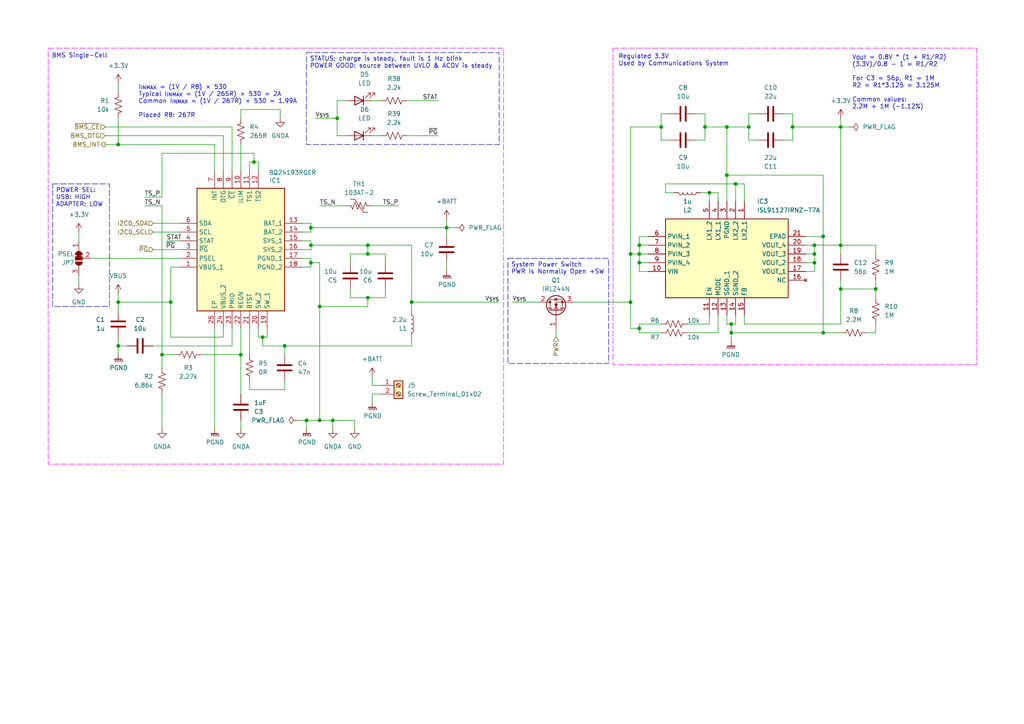
<source format=kicad_sch>
(kicad_sch (version 20231120) (generator "eeschema") (generator_version "8.0")
  (paper "A4")
  (lib_symbols
    (symbol "Connector:Screw_Terminal_01x02" (pin_names (offset 1.016) hide)
      (property "Reference" "J" (at 0 2.54 0))
      (property "Value" "Screw_Terminal_01x02" (at 0 -5.08 0))
      (symbol "Screw_Terminal_01x02_1_1"
        (rectangle (start -1.27 1.27) (end 1.27 -3.81) (stroke (width 0.254)) (fill (type background)))
        (circle (center 0 -2.54) (radius 0.635) (stroke (width 0.1524)))
        (polyline (pts (xy -0.5334 -2.2098) (xy 0.3302 -3.048)) (stroke (width 0.1524)))
        (polyline (pts (xy -0.5334 0.3302) (xy 0.3302 -0.508)) (stroke (width 0.1524)))
        (polyline (pts (xy -0.3556 -2.032) (xy 0.508 -2.8702)) (stroke (width 0.1524)))
        (polyline (pts (xy -0.3556 0.508) (xy 0.508 -0.3302)) (stroke (width 0.1524)))
        (circle (center 0 0) (radius 0.635) (stroke (width 0.1524)))
        (pin passive line (at -5.08 0 0) (length 3.81) (name "Pin_1") (number "1"))
        (pin passive line (at -5.08 -2.54 0) (length 3.81) (name "Pin_2") (number "2"))
      )
    )
    (symbol "Device:C" (pin_numbers hide) (pin_names (offset 0.254))
      (property "Reference" "C" (at 0.635 2.54 0))
      (property "Value" "C" (at 0.635 -2.54 0))
      (symbol "C_0_1"
        (polyline (pts (xy -2.032 -0.762) (xy 2.032 -0.762)) (stroke (width 0.508)))
        (polyline (pts (xy -2.032 0.762) (xy 2.032 0.762)) (stroke (width 0.508)))
      )
      (symbol "C_1_1"
        (pin passive line (at 0 3.81 270) (length 2.794) (name "~") (number "1"))
        (pin passive line (at 0 -3.81 90) (length 2.794) (name "~") (number "2"))
      )
    )
    (symbol "Device:L" (pin_numbers hide) (pin_names (offset 1.016) hide)
      (property "Reference" "L" (at -1.27 0 90))
      (property "Value" "L" (at 1.905 0 90))
      (symbol "L_0_1"
        (arc (start 0 -2.54) (mid 0.6323 -1.905) (end 0 -1.27))
        (arc (start 0 -1.27) (mid 0.6323 -0.635) (end 0 0))
        (arc (start 0 0) (mid 0.6323 0.635) (end 0 1.27))
        (arc (start 0 1.27) (mid 0.6323 1.905) (end 0 2.54))
      )
      (symbol "L_1_1"
        (pin passive line (at 0 3.81 270) (length 1.27) (name "1") (number "1"))
        (pin passive line (at 0 -3.81 90) (length 1.27) (name "2") (number "2"))
      )
    )
    (symbol "Device:LED" (pin_numbers hide) (pin_names (offset 1.016) hide)
      (property "Reference" "D" (at 0 2.54 0))
      (property "Value" "LED" (at 0 -2.54 0))
      (symbol "LED_0_1"
        (polyline (pts (xy -1.27 -1.27) (xy -1.27 1.27)) (stroke (width 0.254)))
        (polyline (pts (xy -1.27 0) (xy 1.27 0)))
        (polyline (pts (xy 1.27 -1.27) (xy 1.27 1.27) (xy -1.27 0) (xy 1.27 -1.27)) (stroke (width 0.254)))
        (polyline (pts (xy -3.048 -0.762) (xy -4.572 -2.286) (xy -3.81 -2.286) (xy -4.572 -2.286) (xy -4.572 -1.524)))
        (polyline (pts (xy -1.778 -0.762) (xy -3.302 -2.286) (xy -2.54 -2.286) (xy -3.302 -2.286) (xy -3.302 -1.524)))
      )
      (symbol "LED_1_1"
        (pin passive line (at -3.81 0 0) (length 2.54) (name "K") (number "1"))
        (pin passive line (at 3.81 0 180) (length 2.54) (name "A") (number "2"))
      )
    )
    (symbol "Device:R_US" (pin_numbers hide) (pin_names (offset 0))
      (property "Reference" "R" (at 2.54 0 90))
      (property "Value" "R_US" (at -2.54 0 90))
      (symbol "R_US_0_1"
        (polyline (pts (xy 0 -2.286) (xy 0 -2.54)))
        (polyline (pts (xy 0 2.286) (xy 0 2.54)))
        (polyline (pts (xy 0 -0.762) (xy 1.016 -1.143) (xy 0 -1.524) (xy -1.016 -1.905) (xy 0 -2.286)))
        (polyline (pts (xy 0 0.762) (xy 1.016 0.381) (xy 0 0) (xy -1.016 -0.381) (xy 0 -0.762)))
        (polyline (pts (xy 0 2.286) (xy 1.016 1.905) (xy 0 1.524) (xy -1.016 1.143) (xy 0 0.762)))
      )
      (symbol "R_US_1_1"
        (pin passive line (at 0 3.81 270) (length 1.27) (name "~") (number "1"))
        (pin passive line (at 0 -3.81 90) (length 1.27) (name "~") (number "2"))
      )
    )
    (symbol "Device:Thermistor_US" (pin_numbers hide) (pin_names (offset 0))
      (property "Reference" "TH" (at 2.54 1.27 90))
      (property "Value" "Thermistor_US" (at -2.54 0 90))
      (symbol "Thermistor_US_0_1"
        (polyline (pts (xy 0 -2.286) (xy 0 -2.54)))
        (polyline (pts (xy 0 2.286) (xy 0 2.54)))
        (polyline (pts (xy 1.905 -1.27) (xy 1.905 -2.54)))
        (polyline (pts (xy -1.905 2.54) (xy -1.905 1.27) (xy 1.905 -1.27)))
        (polyline (pts (xy 0 -0.762) (xy 1.016 -1.143) (xy 0 -1.524) (xy -1.016 -1.905) (xy 0 -2.286)))
        (polyline (pts (xy 0 0.762) (xy 1.016 0.381) (xy 0 0) (xy -1.016 -0.381) (xy 0 -0.762)))
        (polyline (pts (xy 0 2.286) (xy 1.016 1.905) (xy 0 1.524) (xy -1.016 1.143) (xy 0 0.762)))
      )
      (symbol "Thermistor_US_1_1"
        (pin passive line (at 0 3.81 270) (length 1.27) (name "~") (number "1"))
        (pin passive line (at 0 -3.81 90) (length 1.27) (name "~") (number "2"))
      )
    )
    (symbol "Jumper:SolderJumper_3_Bridged12" (pin_names (offset 0) hide) (exclude_from_sim yes) (in_bom no)
      (property "Reference" "JP" (at -2.54 -2.54 0))
      (property "Value" "SolderJumper_3_Bridged12" (at 0 2.794 0))
      (symbol "SolderJumper_3_Bridged12_0_1"
        (rectangle (start -1.016 0.508) (end -0.508 -0.508) (fill (type outline)))
        (arc (start -1.016 1.016) (mid -2.0276 0) (end -1.016 -1.016))
        (arc (start -1.016 1.016) (mid -2.0276 0) (end -1.016 -1.016) (fill (type outline)))
        (rectangle (start -0.508 1.016) (end 0.508 -1.016) (fill (type outline)))
        (polyline (pts (xy -2.54 0) (xy -2.032 0)))
        (polyline (pts (xy -1.016 1.016) (xy -1.016 -1.016)))
        (polyline (pts (xy 0 -1.27) (xy 0 -1.016)))
        (polyline (pts (xy 1.016 1.016) (xy 1.016 -1.016)))
        (polyline (pts (xy 2.54 0) (xy 2.032 0)))
        (arc (start 1.016 -1.016) (mid 2.0276 0) (end 1.016 1.016))
        (arc (start 1.016 -1.016) (mid 2.0276 0) (end 1.016 1.016) (fill (type outline)))
      )
      (symbol "SolderJumper_3_Bridged12_1_1"
        (pin passive line (at -5.08 0 0) (length 2.54) (name "A") (number "1"))
        (pin passive line (at 0 -3.81 90) (length 2.54) (name "C") (number "2"))
        (pin passive line (at 5.08 0 180) (length 2.54) (name "B") (number "3"))
      )
    )
    (symbol "Transistor_FET:IRLZ44N" (pin_names hide)
      (property "Reference" "Q" (at 5.08 1.905 0))
      (property "Value" "IRLZ44N" (at 5.08 0 0))
      (symbol "IRLZ44N_0_1"
        (polyline (pts (xy 0.254 0) (xy -2.54 0)))
        (polyline (pts (xy 0.254 1.905) (xy 0.254 -1.905)) (stroke (width 0.254)))
        (polyline (pts (xy 0.762 -1.27) (xy 0.762 -2.286)) (stroke (width 0.254)))
        (polyline (pts (xy 0.762 0.508) (xy 0.762 -0.508)) (stroke (width 0.254)))
        (polyline (pts (xy 0.762 2.286) (xy 0.762 1.27)) (stroke (width 0.254)))
        (polyline (pts (xy 2.54 2.54) (xy 2.54 1.778)))
        (polyline (pts (xy 2.54 -2.54) (xy 2.54 0) (xy 0.762 0)))
        (polyline (pts (xy 0.762 -1.778) (xy 3.302 -1.778) (xy 3.302 1.778) (xy 0.762 1.778)))
        (polyline (pts (xy 1.016 0) (xy 2.032 0.381) (xy 2.032 -0.381) (xy 1.016 0)) (fill (type outline)))
        (polyline (pts (xy 2.794 0.508) (xy 2.921 0.381) (xy 3.683 0.381) (xy 3.81 0.254)))
        (polyline (pts (xy 3.302 0.381) (xy 2.921 -0.254) (xy 3.683 -0.254) (xy 3.302 0.381)))
        (circle (center 1.651 0) (radius 2.794) (stroke (width 0.254)))
        (circle (center 2.54 -1.778) (radius 0.254) (fill (type outline)))
        (circle (center 2.54 1.778) (radius 0.254) (fill (type outline)))
      )
      (symbol "IRLZ44N_1_1"
        (pin input line (at -5.08 0 0) (length 2.54) (name "G") (number "1"))
        (pin passive line (at 2.54 5.08 270) (length 2.54) (name "D") (number "2"))
        (pin passive line (at 2.54 -5.08 90) (length 2.54) (name "S") (number "3"))
      )
    )
    (symbol "power:+BATT" (power) (pin_numbers hide) (pin_names (offset 0) hide)
      (property "Value" "+BATT" (at 0 3.556 0))
      (symbol "+BATT_0_1"
        (polyline (pts (xy -0.762 1.27) (xy 0 2.54)))
        (polyline (pts (xy 0 0) (xy 0 2.54)))
        (polyline (pts (xy 0 2.54) (xy 0.762 1.27)))
      )
      (symbol "+BATT_1_1"
        (pin power_in line (at 0 0 90) (length 0) (name "~") (number "1"))
      )
    )
    (symbol "power:GND" (power) (pin_numbers hide) (pin_names (offset 0) hide)
      (property "Value" "GND" (at 0 -3.81 0))
      (symbol "GND_0_1"
        (polyline (pts (xy 0 0) (xy 0 -1.27) (xy 1.27 -1.27) (xy 0 -2.54) (xy -1.27 -1.27) (xy 0 -1.27)))
      )
      (symbol "GND_1_1"
        (pin power_in line (at 0 0 270) (length 0) (name "~") (number "1"))
      )
    )
    (symbol "power:GNDA" (power) (pin_numbers hide) (pin_names (offset 0) hide)
      (property "Value" "GNDA" (at 0 -3.81 0))
      (symbol "GNDA_0_1"
        (polyline (pts (xy 0 0) (xy 0 -1.27) (xy 1.27 -1.27) (xy 0 -2.54) (xy -1.27 -1.27) (xy 0 -1.27)))
      )
      (symbol "GNDA_1_1"
        (pin power_in line (at 0 0 270) (length 0) (name "~") (number "1"))
      )
    )
    (symbol "power:GNDPWR" (power) (pin_numbers hide) (pin_names (offset 0) hide)
      (property "Value" "GNDPWR" (at 0 -3.302 0))
      (symbol "GNDPWR_0_1"
        (polyline (pts (xy 0 -1.27) (xy 0 0)))
        (polyline (pts (xy -1.016 -1.27) (xy -1.27 -2.032) (xy -1.27 -2.032)) (stroke (width 0.2032)))
        (polyline (pts (xy -0.508 -1.27) (xy -0.762 -2.032) (xy -0.762 -2.032)) (stroke (width 0.2032)))
        (polyline (pts (xy 0 -1.27) (xy -0.254 -2.032) (xy -0.254 -2.032)) (stroke (width 0.2032)))
        (polyline (pts (xy 0.508 -1.27) (xy 0.254 -2.032) (xy 0.254 -2.032)) (stroke (width 0.2032)))
        (polyline (pts (xy 1.016 -1.27) (xy -1.016 -1.27) (xy -1.016 -1.27)) (stroke (width 0.2032)))
        (polyline (pts (xy 1.016 -1.27) (xy 0.762 -2.032) (xy 0.762 -2.032) (xy 0.762 -2.032)) (stroke (width 0.2032)))
      )
      (symbol "GNDPWR_1_1"
        (pin power_in line (at 0 0 270) (length 0) (name "~") (number "1"))
      )
    )
    (symbol "power:PWR_FLAG" (power) (pin_numbers hide) (pin_names (offset 0) hide)
      (property "Value" "PWR_FLAG" (at 0 3.81 0))
      (symbol "PWR_FLAG_0_0"
        (pin power_out line (at 0 0 90) (length 0) (name "~") (number "1"))
      )
      (symbol "PWR_FLAG_0_1"
        (polyline (pts (xy 0 0) (xy 0 1.27) (xy -1.016 1.905) (xy 0 2.54) (xy 1.016 1.905) (xy 0 1.27)))
      )
    )
    (symbol "power:VCC" (power) (pin_numbers hide) (pin_names (offset 0) hide)
      (property "Value" "VCC" (at 0 3.556 0))
      (symbol "VCC_0_1"
        (polyline (pts (xy -0.762 1.27) (xy 0 2.54)))
        (polyline (pts (xy 0 0) (xy 0 2.54)))
        (polyline (pts (xy 0 2.54) (xy 0.762 1.27)))
      )
      (symbol "VCC_1_1"
        (pin power_in line (at 0 0 90) (length 0) (name "~") (number "1"))
      )
    )
    (symbol "spur-demo:BQ24193RGER"
      (property "Reference" "IC" (at 31.75 17.78 0))
      (property "Value" "BQ24193RGER" (at 31.75 15.24 0))
      (symbol "BQ24193RGER_1_1"
        (rectangle (start 5.08 12.7) (end 30.48 -22.86) (stroke (width 0.254)) (fill (type background)))
        (pin passive line (at 0 0 0) (length 5.08) (name "VBUS_1") (number "1"))
        (pin passive line (at 17.78 -27.94 90) (length 5.08) (name "ILIM") (number "10"))
        (pin passive line (at 20.32 -27.94 90) (length 5.08) (name "TS1") (number "11"))
        (pin passive line (at 22.86 -27.94 90) (length 5.08) (name "TS2") (number "12"))
        (pin passive line (at 35.56 -12.7 180) (length 5.08) (name "BAT_1") (number "13"))
        (pin passive line (at 35.56 -10.16 180) (length 5.08) (name "BAT_2") (number "14"))
        (pin passive line (at 35.56 -7.62 180) (length 5.08) (name "SYS_1") (number "15"))
        (pin passive line (at 35.56 -5.08 180) (length 5.08) (name "SYS_2") (number "16"))
        (pin passive line (at 35.56 -2.54 180) (length 5.08) (name "PGND_1") (number "17"))
        (pin passive line (at 35.56 0 180) (length 5.08) (name "PGND_2") (number "18"))
        (pin passive line (at 25.4 17.78 270) (length 5.08) (name "SW_1") (number "19"))
        (pin passive line (at 0 -2.54 0) (length 5.08) (name "PSEL") (number "2"))
        (pin passive line (at 22.86 17.78 270) (length 5.08) (name "SW_2") (number "20"))
        (pin passive line (at 20.32 17.78 270) (length 5.08) (name "BTST") (number "21"))
        (pin passive line (at 17.78 17.78 270) (length 5.08) (name "REGN") (number "22"))
        (pin passive line (at 15.24 17.78 270) (length 5.08) (name "PMID") (number "23"))
        (pin passive line (at 12.7 17.78 270) (length 5.08) (name "VBUS_2") (number "24"))
        (pin passive line (at 10.16 17.78 270) (length 5.08) (name "EP") (number "25"))
        (pin passive line (at 0 -5.08 0) (length 5.08) (name "~{PG}") (number "3"))
        (pin passive line (at 0 -7.62 0) (length 5.08) (name "STAT") (number "4"))
        (pin passive line (at 0 -10.16 0) (length 5.08) (name "SCL") (number "5"))
        (pin passive line (at 0 -12.7 0) (length 5.08) (name "SDA") (number "6"))
        (pin passive line (at 10.16 -27.94 90) (length 5.08) (name "INT") (number "7"))
        (pin passive line (at 12.7 -27.94 90) (length 5.08) (name "OTG") (number "8"))
        (pin passive line (at 15.24 -27.94 90) (length 5.08) (name "~{CE}") (number "9"))
      )
    )
    (symbol "spur-demo:ISL91127IRNZ-T7A"
      (property "Reference" "IC" (at 29.21 17.78 0))
      (property "Value" "ISL91127IRNZ-T7A" (at 29.21 15.24 0))
      (symbol "ISL91127IRNZ-T7A_1_1"
        (rectangle (start 5.08 12.7) (end 27.94 -22.86) (stroke (width 0.254)) (fill (type background)))
        (pin passive line (at 0 0 0) (length 5.08) (name "LX2_1") (number "1"))
        (pin passive line (at 20.32 -27.94 90) (length 5.08) (name "VIN") (number "10"))
        (pin passive line (at 33.02 -10.16 180) (length 5.08) (name "EN") (number "11"))
        (pin passive line (at 33.02 -7.62 180) (length 5.08) (name "MODE") (number "12"))
        (pin passive line (at 33.02 -5.08 180) (length 5.08) (name "SGND_1") (number "13"))
        (pin passive line (at 33.02 -2.54 180) (length 5.08) (name "SGND_2") (number "14"))
        (pin passive line (at 33.02 0 180) (length 5.08) (name "FB") (number "15"))
        (pin no_connect line (at 22.86 17.78 270) (length 5.08) (name "NC") (number "16"))
        (pin passive line (at 20.32 17.78 270) (length 5.08) (name "VOUT_1") (number "17"))
        (pin passive line (at 17.78 17.78 270) (length 5.08) (name "VOUT_2") (number "18"))
        (pin passive line (at 15.24 17.78 270) (length 5.08) (name "VOUT_3") (number "19"))
        (pin passive line (at 0 -2.54 0) (length 5.08) (name "LX2_2") (number "2"))
        (pin passive line (at 12.7 17.78 270) (length 5.08) (name "VOUT_4") (number "20"))
        (pin passive line (at 10.16 17.78 270) (length 5.08) (name "EPAD") (number "21"))
        (pin passive line (at 0 -5.08 0) (length 5.08) (name "PGND") (number "3"))
        (pin passive line (at 0 -7.62 0) (length 5.08) (name "LX1_1") (number "4"))
        (pin passive line (at 0 -10.16 0) (length 5.08) (name "LX1_2") (number "5"))
        (pin passive line (at 10.16 -27.94 90) (length 5.08) (name "PVIN_1") (number "6"))
        (pin passive line (at 12.7 -27.94 90) (length 5.08) (name "PVIN_2") (number "7"))
        (pin passive line (at 15.24 -27.94 90) (length 5.08) (name "PVIN_3") (number "8"))
        (pin passive line (at 17.78 -27.94 90) (length 5.08) (name "PVIN_4") (number "9"))
      )
    )
  )
  (junction (at 90.17 66.04))
  (junction (at 238.76 96.52))
  (junction (at 34.29 100.33))
  (junction (at 236.22 71.12))
  (junction (at 106.68 86.36))
  (junction (at 106.68 71.12))
  (junction (at 236.22 76.2))
  (junction (at 129.54 66.04))
  (junction (at 254 83.82))
  (junction (at 182.88 73.66))
  (junction (at 185.42 76.2))
  (junction (at 205.74 55.88))
  (junction (at 217.17 36.83))
  (junction (at 185.42 73.66))
  (junction (at 185.42 71.12))
  (junction (at 92.71 121.92))
  (junction (at 88.9 121.92))
  (junction (at 191.77 36.83))
  (junction (at 210.82 36.83))
  (junction (at 210.82 50.8))
  (junction (at 73.66 46.99))
  (junction (at 212.09 96.52))
  (junction (at 119.38 87.63))
  (junction (at 76.2 97.79))
  (junction (at 90.17 76.2))
  (junction (at 34.29 87.63))
  (junction (at 204.47 36.83))
  (junction (at 229.87 36.83))
  (junction (at 185.42 95.25))
  (junction (at 90.17 71.12))
  (junction (at 212.09 93.98))
  (junction (at 106.68 73.66))
  (junction (at 182.88 87.63))
  (junction (at 69.85 102.87))
  (junction (at 82.55 100.33))
  (junction (at 96.52 121.92))
  (junction (at 97.79 34.29))
  (junction (at 213.36 53.34))
  (junction (at 243.84 83.82))
  (junction (at 46.99 102.87))
  (junction (at 49.53 87.63))
  (junction (at 238.76 68.58))
  (junction (at 34.29 41.91))
  (junction (at 243.84 36.83))
  (junction (at 92.71 88.9))
  (junction (at 236.22 73.66))
  (junction (at 243.84 71.12))
  (wire (pts (xy 243.84 83.82) (xy 243.84 93.98)))
  (wire (pts (xy 195.58 55.88) (xy 193.04 55.88)))
  (wire (pts (xy 193.04 53.34) (xy 213.36 53.34)))
  (wire (pts (xy 194.31 40.64) (xy 191.77 40.64)))
  (wire (pts (xy 69.85 49.53) (xy 69.85 41.91)))
  (wire (pts (xy 106.68 86.36) (xy 111.76 86.36)))
  (wire (pts (xy 119.38 87.63) (xy 119.38 90.17)))
  (wire (pts (xy 118.11 29.21) (xy 127 29.21)))
  (wire (pts (xy 46.99 57.15) (xy 41.91 57.15)))
  (wire (pts (xy 243.84 36.83) (xy 243.84 71.12)))
  (wire (pts (xy 62.23 95.25) (xy 62.23 124.46)))
  (wire (pts (xy 193.04 55.88) (xy 193.04 53.34)))
  (wire (pts (xy 210.82 91.44) (xy 210.82 93.98)))
  (wire (pts (xy 46.99 124.46) (xy 46.99 114.3)))
  (wire (pts (xy 236.22 78.74) (xy 236.22 76.2)))
  (wire (pts (xy 30.48 36.83) (xy 67.31 36.83)))
  (wire (pts (xy 72.39 95.25) (xy 72.39 102.87)))
  (wire (pts (xy 236.22 73.66) (xy 236.22 76.2)))
  (wire (pts (xy 90.17 66.04) (xy 90.17 67.31)))
  (wire (pts (xy 72.39 113.03) (xy 82.55 113.03)))
  (wire (pts (xy 72.39 110.49) (xy 72.39 113.03)))
  (wire (pts (xy 106.68 73.66) (xy 111.76 73.66)))
  (wire (pts (xy 119.38 71.12) (xy 119.38 87.63)))
  (wire (pts (xy 185.42 71.12) (xy 187.96 71.12)))
  (wire (pts (xy 97.79 34.29) (xy 97.79 29.21)))
  (wire (pts (xy 62.23 41.91) (xy 62.23 49.53)))
  (wire (pts (xy 90.17 74.93) (xy 90.17 76.2)))
  (wire (pts (xy 46.99 102.87) (xy 46.99 106.68)))
  (wire (pts (xy 229.87 40.64) (xy 229.87 36.83)))
  (wire (pts (xy 238.76 96.52) (xy 243.84 96.52)))
  (wire (pts (xy 243.84 81.28) (xy 243.84 83.82)))
  (wire (pts (xy 34.29 24.13) (xy 34.29 26.67)))
  (wire (pts (xy 238.76 50.8) (xy 210.82 50.8)))
  (wire (pts (xy 212.09 93.98) (xy 212.09 96.52)))
  (wire (pts (xy 236.22 76.2) (xy 233.68 76.2)))
  (wire (pts (xy 64.77 97.79) (xy 64.77 95.25)))
  (wire (pts (xy 251.46 96.52) (xy 254 96.52)))
  (wire (pts (xy 49.53 77.47) (xy 52.07 77.47)))
  (wire (pts (xy 129.54 66.04) (xy 132.08 66.04)))
  (wire (pts (xy 74.93 49.53) (xy 74.93 46.99)))
  (wire (pts (xy 81.28 34.29) (xy 81.28 31.75)))
  (wire (pts (xy 46.99 102.87) (xy 50.8 102.87)))
  (wire (pts (xy 76.2 100.33) (xy 82.55 100.33)))
  (wire (pts (xy 203.2 55.88) (xy 205.74 55.88)))
  (wire (pts (xy 213.36 93.98) (xy 212.09 93.98)))
  (wire (pts (xy 90.17 77.47) (xy 87.63 77.47)))
  (wire (pts (xy 90.17 71.12) (xy 106.68 71.12)))
  (wire (pts (xy 217.17 40.64) (xy 217.17 36.83)))
  (wire (pts (xy 34.29 100.33) (xy 34.29 102.87)))
  (wire (pts (xy 243.84 34.29) (xy 243.84 36.83)))
  (wire (pts (xy 201.93 40.64) (xy 204.47 40.64)))
  (wire (pts (xy 87.63 74.93) (xy 90.17 74.93)))
  (wire (pts (xy 191.77 36.83) (xy 191.77 40.64)))
  (wire (pts (xy 212.09 93.98) (xy 210.82 93.98)))
  (wire (pts (xy 238.76 68.58) (xy 233.68 68.58)))
  (wire (pts (xy 67.31 100.33) (xy 67.31 95.25)))
  (wire (pts (xy 254 83.82) (xy 254 86.36)))
  (wire (pts (xy 74.93 97.79) (xy 76.2 97.79)))
  (wire (pts (xy 34.29 100.33) (xy 36.83 100.33)))
  (wire (pts (xy 243.84 71.12) (xy 236.22 71.12)))
  (wire (pts (xy 129.54 68.58) (xy 129.54 66.04)))
  (wire (pts (xy 185.42 93.98) (xy 185.42 95.25)))
  (wire (pts (xy 107.95 29.21) (xy 110.49 29.21)))
  (wire (pts (xy 74.93 95.25) (xy 74.93 97.79)))
  (wire (pts (xy 58.42 102.87) (xy 69.85 102.87)))
  (wire (pts (xy 205.74 93.98) (xy 205.74 91.44)))
  (wire (pts (xy 82.55 100.33) (xy 119.38 100.33)))
  (wire (pts (xy 97.79 34.29) (xy 91.44 34.29)))
  (wire (pts (xy 81.28 31.75) (xy 69.85 31.75)))
  (wire (pts (xy 107.95 109.22) (xy 107.95 111.76)))
  (wire (pts (xy 217.17 36.83) (xy 217.17 33.02)))
  (wire (pts (xy 182.88 36.83) (xy 182.88 73.66)))
  (wire (pts (xy 101.6 73.66) (xy 106.68 73.66)))
  (wire (pts (xy 46.99 59.69) (xy 41.91 59.69)))
  (wire (pts (xy 229.87 36.83) (xy 229.87 33.02)))
  (wire (pts (xy 204.47 33.02) (xy 201.93 33.02)))
  (wire (pts (xy 76.2 97.79) (xy 76.2 100.33)))
  (wire (pts (xy 46.99 44.45) (xy 46.99 57.15)))
  (wire (pts (xy 106.68 86.36) (xy 106.68 88.9)))
  (wire (pts (xy 166.37 87.63) (xy 182.88 87.63)))
  (wire (pts (xy 238.76 68.58) (xy 238.76 50.8)))
  (wire (pts (xy 69.85 95.25) (xy 69.85 102.87)))
  (wire (pts (xy 254 73.66) (xy 254 71.12)))
  (wire (pts (xy 204.47 40.64) (xy 204.47 36.83)))
  (wire (pts (xy 90.17 76.2) (xy 92.71 76.2)))
  (wire (pts (xy 254 83.82) (xy 254 81.28)))
  (wire (pts (xy 49.53 97.79) (xy 49.53 87.63)))
  (wire (pts (xy 212.09 99.06) (xy 212.09 96.52)))
  (wire (pts (xy 187.96 76.2) (xy 185.42 76.2)))
  (wire (pts (xy 73.66 44.45) (xy 46.99 44.45)))
  (wire (pts (xy 236.22 71.12) (xy 236.22 73.66)))
  (wire (pts (xy 208.28 91.44) (xy 208.28 96.52)))
  (wire (pts (xy 97.79 39.37) (xy 97.79 34.29)))
  (wire (pts (xy 229.87 33.02) (xy 227.33 33.02)))
  (wire (pts (xy 236.22 71.12) (xy 233.68 71.12)))
  (wire (pts (xy 30.48 41.91) (xy 34.29 41.91)))
  (wire (pts (xy 119.38 87.63) (xy 144.78 87.63)))
  (wire (pts (xy 219.71 33.02) (xy 217.17 33.02)))
  (wire (pts (xy 101.6 73.66) (xy 101.6 76.2)))
  (wire (pts (xy 213.36 53.34) (xy 215.9 53.34)))
  (wire (pts (xy 96.52 121.92) (xy 102.87 121.92)))
  (wire (pts (xy 107.95 39.37) (xy 110.49 39.37)))
  (wire (pts (xy 26.67 74.93) (xy 52.07 74.93)))
  (wire (pts (xy 46.99 59.69) (xy 46.99 102.87)))
  (wire (pts (xy 49.53 97.79) (xy 64.77 97.79)))
  (wire (pts (xy 77.47 97.79) (xy 77.47 95.25)))
  (wire (pts (xy 236.22 73.66) (xy 233.68 73.66)))
  (wire (pts (xy 101.6 86.36) (xy 101.6 83.82)))
  (wire (pts (xy 107.95 116.84) (xy 107.95 114.3)))
  (wire (pts (xy 161.29 95.25) (xy 161.29 97.79)))
  (wire (pts (xy 48.26 69.85) (xy 52.07 69.85)))
  (wire (pts (xy 185.42 96.52) (xy 191.77 96.52)))
  (wire (pts (xy 204.47 36.83) (xy 204.47 33.02)))
  (wire (pts (xy 72.39 46.99) (xy 73.66 46.99)))
  (wire (pts (xy 44.45 100.33) (xy 67.31 100.33)))
  (wire (pts (xy 119.38 100.33) (xy 119.38 97.79)))
  (wire (pts (xy 69.85 31.75) (xy 69.85 34.29)))
  (wire (pts (xy 185.42 68.58) (xy 187.96 68.58)))
  (wire (pts (xy 199.39 93.98) (xy 205.74 93.98)))
  (wire (pts (xy 215.9 53.34) (xy 215.9 58.42)))
  (wire (pts (xy 73.66 46.99) (xy 73.66 44.45)))
  (wire (pts (xy 90.17 72.39) (xy 90.17 71.12)))
  (wire (pts (xy 246.38 36.83) (xy 243.84 36.83)))
  (wire (pts (xy 185.42 95.25) (xy 185.42 96.52)))
  (wire (pts (xy 148.59 87.63) (xy 156.21 87.63)))
  (wire (pts (xy 72.39 49.53) (xy 72.39 46.99)))
  (wire (pts (xy 73.66 46.99) (xy 74.93 46.99)))
  (wire (pts (xy 182.88 87.63) (xy 182.88 95.25)))
  (wire (pts (xy 106.68 71.12) (xy 119.38 71.12)))
  (wire (pts (xy 88.9 121.92) (xy 92.71 121.92)))
  (wire (pts (xy 30.48 39.37) (xy 64.77 39.37)))
  (wire (pts (xy 254 96.52) (xy 254 93.98)))
  (wire (pts (xy 107.95 114.3) (xy 110.49 114.3)))
  (wire (pts (xy 92.71 76.2) (xy 92.71 88.9)))
  (wire (pts (xy 194.31 33.02) (xy 191.77 33.02)))
  (wire (pts (xy 67.31 36.83) (xy 67.31 49.53)))
  (wire (pts (xy 191.77 33.02) (xy 191.77 36.83)))
  (wire (pts (xy 208.28 55.88) (xy 205.74 55.88)))
  (wire (pts (xy 236.22 78.74) (xy 233.68 78.74)))
  (wire (pts (xy 217.17 36.83) (xy 210.82 36.83)))
  (wire (pts (xy 64.77 39.37) (xy 64.77 49.53)))
  (wire (pts (xy 182.88 73.66) (xy 185.42 73.66)))
  (wire (pts (xy 34.29 87.63) (xy 49.53 87.63)))
  (wire (pts (xy 49.53 77.47) (xy 49.53 87.63)))
  (wire (pts (xy 34.29 100.33) (xy 34.29 97.79)))
  (wire (pts (xy 90.17 71.12) (xy 90.17 69.85)))
  (wire (pts (xy 219.71 40.64) (xy 217.17 40.64)))
  (wire (pts (xy 243.84 36.83) (xy 229.87 36.83)))
  (wire (pts (xy 204.47 36.83) (xy 210.82 36.83)))
  (wire (pts (xy 102.87 124.46) (xy 102.87 121.92)))
  (wire (pts (xy 87.63 69.85) (xy 90.17 69.85)))
  (wire (pts (xy 111.76 76.2) (xy 111.76 73.66)))
  (wire (pts (xy 238.76 96.52) (xy 212.09 96.52)))
  (wire (pts (xy 44.45 72.39) (xy 52.07 72.39)))
  (wire (pts (xy 199.39 96.52) (xy 208.28 96.52)))
  (wire (pts (xy 185.42 73.66) (xy 185.42 76.2)))
  (wire (pts (xy 34.29 87.63) (xy 34.29 90.17)))
  (wire (pts (xy 34.29 34.29) (xy 34.29 41.91)))
  (wire (pts (xy 243.84 71.12) (xy 243.84 73.66)))
  (wire (pts (xy 205.74 55.88) (xy 205.74 58.42)))
  (wire (pts (xy 110.49 111.76) (xy 107.95 111.76)))
  (wire (pts (xy 185.42 76.2) (xy 185.42 78.74)))
  (wire (pts (xy 106.68 73.66) (xy 106.68 71.12)))
  (wire (pts (xy 76.2 97.79) (xy 77.47 97.79)))
  (wire (pts (xy 92.71 88.9) (xy 92.71 121.92)))
  (wire (pts (xy 182.88 95.25) (xy 185.42 95.25)))
  (wire (pts (xy 115.57 59.69) (xy 107.95 59.69)))
  (wire (pts (xy 191.77 36.83) (xy 182.88 36.83)))
  (wire (pts (xy 254 71.12) (xy 243.84 71.12)))
  (wire (pts (xy 210.82 36.83) (xy 210.82 50.8)))
  (wire (pts (xy 44.45 64.77) (xy 52.07 64.77)))
  (wire (pts (xy 238.76 68.58) (xy 238.76 96.52)))
  (wire (pts (xy 210.82 50.8) (xy 210.82 58.42)))
  (wire (pts (xy 111.76 86.36) (xy 111.76 83.82)))
  (wire (pts (xy 100.33 29.21) (xy 97.79 29.21)))
  (wire (pts (xy 101.6 86.36) (xy 106.68 86.36)))
  (wire (pts (xy 92.71 88.9) (xy 106.68 88.9)))
  (wire (pts (xy 185.42 73.66) (xy 185.42 71.12)))
  (wire (pts (xy 69.85 124.46) (xy 69.85 121.92)))
  (wire (pts (xy 86.36 121.92) (xy 88.9 121.92)))
  (wire (pts (xy 87.63 67.31) (xy 90.17 67.31)))
  (wire (pts (xy 82.55 102.87) (xy 82.55 100.33)))
  (wire (pts (xy 129.54 63.5) (xy 129.54 66.04)))
  (wire (pts (xy 191.77 93.98) (xy 185.42 93.98)))
  (wire (pts (xy 187.96 78.74) (xy 185.42 78.74)))
  (wire (pts (xy 34.29 41.91) (xy 62.23 41.91)))
  (wire (pts (xy 243.84 93.98) (xy 215.9 93.98)))
  (wire (pts (xy 100.33 39.37) (xy 97.79 39.37)))
  (wire (pts (xy 129.54 78.74) (xy 129.54 76.2)))
  (wire (pts (xy 182.88 87.63) (xy 182.88 73.66)))
  (wire (pts (xy 34.29 85.09) (xy 34.29 87.63)))
  (wire (pts (xy 22.86 67.31) (xy 22.86 69.85)))
  (wire (pts (xy 213.36 91.44) (xy 213.36 93.98)))
  (wire (pts (xy 100.33 59.69) (xy 92.71 59.69)))
  (wire (pts (xy 90.17 64.77) (xy 90.17 66.04)))
  (wire (pts (xy 213.36 53.34) (xy 213.36 58.42)))
  (wire (pts (xy 227.33 40.64) (xy 229.87 40.64)))
  (wire (pts (xy 88.9 124.46) (xy 88.9 121.92)))
  (wire (pts (xy 22.86 80.01) (xy 22.86 82.55)))
  (wire (pts (xy 185.42 73.66) (xy 187.96 73.66)))
  (wire (pts (xy 254 83.82) (xy 243.84 83.82)))
  (wire (pts (xy 87.63 64.77) (xy 90.17 64.77)))
  (wire (pts (xy 90.17 72.39) (xy 87.63 72.39)))
  (wire (pts (xy 90.17 66.04) (xy 129.54 66.04)))
  (wire (pts (xy 208.28 55.88) (xy 208.28 58.42)))
  (wire (pts (xy 44.45 67.31) (xy 52.07 67.31)))
  (wire (pts (xy 215.9 93.98) (xy 215.9 91.44)))
  (wire (pts (xy 69.85 102.87) (xy 69.85 114.3)))
  (wire (pts (xy 82.55 110.49) (xy 82.55 113.03)))
  (wire (pts (xy 96.52 124.46) (xy 96.52 121.92)))
  (wire (pts (xy 90.17 76.2) (xy 90.17 77.47)))
  (wire (pts (xy 118.11 39.37) (xy 127 39.37)))
  (wire (pts (xy 185.42 71.12) (xy 185.42 68.58)))
  (wire (pts (xy 96.52 121.92) (xy 92.71 121.92)))
  (rectangle (start 13.97 13.97) (end 146.05 134.62) (stroke (width 0) (type dash) (color 255 0 255 1)))
  (rectangle (start 177.8 13.97) (end 283.21 105.791) (stroke (width 0) (type dash) (color 255 0 255 1)))
  (text_box "POWER SEL:\nUSB: HIGH\nADAPTER: LOW" (at 15.24 53.34 0) (size 16.51 35.56) (stroke (width 0) (type dash)) (effects (font (size 1.27 1.27)) (justify left top)))
  (text_box "System Power Switch\nPWR is Normally Open +SW" (at 147.32 74.93 0) (size 29.21 30.48) (stroke (width 0) (type dash)) (effects (font (size 1.27 1.27)) (justify left top)))
  (text_box "STATUS: charge is steady, fault is 1 Hz blink\nPOWER GOOD: source between UVLO & ACOV is steady" (at 88.9 15.24 0) (size 55.88 26.67) (stroke (width 0) (type dash)) (effects (font (size 1.27 1.27)) (justify left top)))
  (text "\nI_{INMAX} = (1V / R8) × 530\nTypical I_{INMAX} = (1V / 265R) × 530 = 2A\nCommon I_{INMAX} = (1V / 267R) × 530 = 1.99A\n\nPlaced R8: 267R" (at 40.132 28.448 0) (effects (font (size 1.27 1.27)) (justify left)))
  (text "BMS Single-Cell" (at 14.986 15.494 0) (effects (font (size 1.27 1.27)) (justify left top)))
  (text "Regulated 3.3V\nUsed by Communications System" (at 179.324 15.748 0) (effects (font (size 1.27 1.27)) (justify left top)))
  (text "V_{OUT} = 0.8V * (1 + R1/R2)\n(3.3V)/0.8 - 1 = R1/R2\n\nFor C3 = 56p, R1 = 1M\nR2 = R1*3.125 = 3.125M\n\nCommon values:\n2.2M + 1M (-1.12%)" (at 247.142 16.002 0) (effects (font (size 1.27 1.27)) (justify left top)))
  (label "V_{SYS}" (at 144.78 87.63 180))
  (label "TS_P" (at 41.91 57.15 0))
  (label "STAT" (at 48.26 69.85 0))
  (label "V_{SYS}" (at 91.44 34.29 0))
  (label "V_{SYS}" (at 148.59 87.63 0))
  (label "~{PG}" (at 50.8 72.39 180))
  (label "TS_N" (at 41.91 59.69 0))
  (label "TS_P" (at 115.57 59.69 180))
  (label "TS_N" (at 92.71 59.69 0))
  (label "~{PG}" (at 127 39.37 180))
  (label "STAT" (at 127 29.21 180))
  (hierarchical_label "I2C0_SDA" (shape input) (at 44.45 64.77 180))
  (hierarchical_label "~{PG}" (shape input) (at 44.45 72.39 180))
  (hierarchical_label "I2C0_SCL" (shape input) (at 44.45 67.31 180))
  (hierarchical_label "~{BMS_CE}" (shape input) (at 30.48 36.83 180))
  (hierarchical_label "PWR" (shape input) (at 161.29 97.79 270))
  (hierarchical_label "BMS_OTG" (shape input) (at 30.48 39.37 180))
  (hierarchical_label "BMS_INT" (shape output) (at 30.48 41.91 180))
  (symbol (lib_id "Device:R_US") (at 72.39 106.68 0) (unit 1)
    (property "Reference" "R5" (at 74.93 105.4099 0) (effects (justify left)))
    (property "Value" "0R" (at 74.93 107.9499 0) (effects (justify left)))
    (property "Footprint" "Resistor_SMD:R_0603_1608Metric" (effects (hide yes)))
    (property "Description" "Resistor, US symbol" (effects (hide yes)))
    (instances (project "spur-demo" (path "" (reference "R5") (unit 1))) (project "bms-smps-testbench" (path "" (reference "R9") (unit 1))))
  )
  (symbol (lib_id "power:PWR_FLAG") (at 86.36 121.92 90) (unit 1)
    (property "Reference" "#FLG01" (effects (hide yes)))
    (property "Value" "PWR_FLAG" (at 82.55 121.9199 90) (effects (justify left)))
    (property "Description" "Special symbol for telling ERC where power comes from" (effects (hide yes)))
  )
  (symbol (lib_id "Device:R_US") (at 247.65 96.52 270) (unit 1)
    (property "Reference" "R8" (at 247.65 90.17 90))
    (property "Value" "2.2M" (at 247.65 92.71 90))
    (property "Footprint" "Resistor_SMD:R_0603_1608Metric" (effects (hide yes)))
    (property "Description" "Resistor, US symbol" (effects (hide yes)))
    (instances (project "spur-demo" (path "" (reference "R8") (unit 1))) (project "bms-smps-testbench" (path "" (reference "R1") (unit 1))))
  )
  (symbol (lib_id "power:GNDPWR") (at 62.23 124.46 0) (mirror y) (unit 1)
    (property "Reference" "#PWR021" (effects (hide yes)))
    (property "Value" "PGND" (at 62.357 128.27 0))
    (property "Description" "Power symbol creates a global label with name \"GNDPWR\" , global ground" (effects (hide yes)))
    (instances (project "spur-demo" (path "" (reference "#PWR021") (unit 1))) (project "Cobalt-Cowboy" (path "" (reference "#PWR014") (unit 1))) (project "" (path "" (reference "#PWR014") (unit 1))))
  )
  (symbol (lib_id "power:PWR_FLAG") (at 132.08 66.04 270) (unit 1)
    (property "Reference" "#FLG02" (effects (hide yes)))
    (property "Value" "PWR_FLAG" (at 135.89 66.0399 90) (effects (justify left)))
    (property "Description" "Special symbol for telling ERC where power comes from" (effects (hide yes)))
  )
  (symbol (lib_id "Transistor_FET:IRLZ44N") (at 161.29 90.17 90) (unit 1)
    (property "Reference" "Q1" (at 161.29 81.28 90))
    (property "Value" "IRLZ44N" (at 161.29 83.82 90))
    (property "Footprint" "Package_TO_SOT_THT:TO-220-3_Vertical" (effects (hide yes)))
    (property "Datasheet" "http://www.irf.com/product-info/datasheets/data/irlz44n.pdf" (effects (hide yes)))
    (property "Description" "47A Id, 55V Vds, 22mOhm Rds Single N-Channel HEXFET Power MOSFET, TO-220AB" (effects (hide yes)))
  )
  (symbol (lib_id "power:+BATT") (at 129.54 63.5 0) (unit 1)
    (property "Reference" "#PWR027" (effects (hide yes)))
    (property "Value" "+BATT" (at 129.54 58.42 0))
    (property "Description" "Power symbol creates a global label with name \"+BATT\"" (effects (hide yes)))
    (instances (project "spur-demo" (path "" (reference "#PWR027") (unit 1))) (project "Cobalt-Cowboy" (path "" (reference "#PWR019") (unit 1))) (project "" (path "" (reference "#PWR019") (unit 1))))
  )
  (symbol (lib_id "Device:R_US") (at 114.3 39.37 90) (unit 1)
    (property "Reference" "R39" (at 114.3 33.02 90))
    (property "Value" "2.2k" (at 114.3 35.56 90))
    (property "Footprint" "Resistor_SMD:R_0603_1608Metric" (effects (hide yes)))
    (property "Description" "Resistor, US symbol" (effects (hide yes)))
  )
  (symbol (lib_id "power:GNDPWR") (at 88.9 124.46 0) (mirror y) (unit 1)
    (property "Reference" "#PWR024" (effects (hide yes)))
    (property "Value" "PGND" (at 89.027 128.27 0))
    (property "Description" "Power symbol creates a global label with name \"GNDPWR\" , global ground" (effects (hide yes)))
    (instances (project "spur-demo" (path "" (reference "#PWR024") (unit 1))) (project "Cobalt-Cowboy" (path "" (reference "#PWR017") (unit 1))) (project "" (path "" (reference "#PWR017") (unit 1))))
  )
  (symbol (lib_id "Device:R_US") (at 54.61 102.87 270) (unit 1)
    (property "Reference" "R3" (at 54.61 106.68 90))
    (property "Value" "2.27k" (at 54.61 109.22 90))
    (property "Footprint" "Resistor_SMD:R_0603_1608Metric" (effects (hide yes)))
    (property "Description" "Resistor, US symbol" (effects (hide yes)))
    (instances (project "spur-demo" (path "" (reference "R3") (unit 1))) (project "Cobalt-Cowboy" (path "" (reference "R7") (unit 1))))
  )
  (symbol (lib_id "Device:C") (at 34.29 93.98 0) (unit 1)
    (property "Reference" "C1" (at 30.48 92.7099 0) (effects (justify right)))
    (property "Value" "1u" (at 30.48 95.2499 0) (effects (justify right)))
    (property "Footprint" "Capacitor_SMD:C_0603_1608Metric_Pad1.08x0.95mm_HandSolder" (effects (hide yes)))
    (property "Description" "Unpolarized capacitor" (effects (hide yes)))
    (instances (project "spur-demo" (path "" (reference "C1") (unit 1))) (project "Cobalt-Cowboy" (path "" (reference "C2") (unit 1))))
  )
  (symbol (lib_id "power:GNDPWR") (at 129.54 78.74 0) (mirror y) (unit 1)
    (property "Reference" "#PWR028" (effects (hide yes)))
    (property "Value" "PGND" (at 129.667 82.55 0))
    (property "Description" "Power symbol creates a global label with name \"GNDPWR\" , global ground" (effects (hide yes)))
    (instances (project "spur-demo" (path "" (reference "#PWR028") (unit 1))) (project "Cobalt-Cowboy" (path "" (reference "#PWR020") (unit 1))) (project "" (path "" (reference "#PWR020") (unit 1))))
  )
  (symbol (lib_id "Device:C") (at 243.84 77.47 0) (unit 1)
    (property "Reference" "C12" (at 247.65 76.1999 0) (effects (justify left)))
    (property "Value" "56p" (at 247.65 78.7399 0) (effects (justify left)))
    (property "Footprint" "Capacitor_SMD:C_0603_1608Metric_Pad1.08x0.95mm_HandSolder" (effects (hide yes)))
    (property "Description" "Unpolarized capacitor" (effects (hide yes)))
    (instances (project "spur-demo" (path "" (reference "C12") (unit 1))) (project "Cobalt-Cowboy" (path "" (reference "C14") (unit 1))))
  )
  (symbol (lib_id "power:GNDA") (at 81.28 34.29 0) (mirror y) (unit 1)
    (property "Reference" "#PWR023" (effects (hide yes)))
    (property "Value" "GNDA" (at 81.28 39.37 0))
    (property "Description" "Power symbol creates a global label with name \"GNDA\" , analog ground" (effects (hide yes)))
    (instances (project "spur-demo" (path "" (reference "#PWR023") (unit 1))) (project "Cobalt-Cowboy" (path "" (reference "#PWR016") (unit 1))) (project "" (path "" (reference "#PWR016") (unit 1))))
  )
  (symbol (lib_id "Device:L") (at 119.38 93.98 0) (mirror x) (unit 1)
    (property "Reference" "L1" (at 118.11 95.2501 0) (effects (justify right)))
    (property "Value" "2.2u" (at 118.11 92.7101 0) (effects (justify right)))
    (property "Footprint" "Inductor_SMD:L_Coilcraft_XxL4020" (effects (hide yes)))
    (property "Description" "Inductor" (effects (hide yes)))
  )
  (symbol (lib_id "power:VCC") (at 243.84 34.29 0) (mirror y) (unit 1)
    (property "Reference" "#PWR037" (effects (hide yes)))
    (property "Value" "+3.3V" (at 243.84 29.21 0))
    (property "Description" "Power symbol creates a global label with name \"VCC\"" (effects (hide yes)))
    (instances (project "spur-demo" (path "" (reference "#PWR037") (unit 1))) (project "Cobalt-Cowboy" (path "" (reference "#PWR026") (unit 1))) (project "" (path "" (reference "#PWR026") (unit 1))))
  )
  (symbol (lib_id "Device:C") (at 198.12 40.64 270) (unit 1)
    (property "Reference" "C9" (at 198.12 45.72 90))
    (property "Value" "10u" (at 198.12 48.26 90))
    (property "Footprint" "Capacitor_SMD:C_0603_1608Metric_Pad1.08x0.95mm_HandSolder" (effects (hide yes)))
    (property "Description" "Unpolarized capacitor" (effects (hide yes)))
    (instances (project "spur-demo" (path "" (reference "C9") (unit 1))) (project "Cobalt-Cowboy" (path "" (reference "C11") (unit 1))))
  )
  (symbol (lib_id "Device:R_US") (at 114.3 29.21 90) (unit 1)
    (property "Reference" "R38" (at 114.3 22.86 90))
    (property "Value" "2.2k" (at 114.3 25.4 90))
    (property "Footprint" "Resistor_SMD:R_0603_1608Metric" (effects (hide yes)))
    (property "Description" "Resistor, US symbol" (effects (hide yes)))
  )
  (symbol (lib_id "Device:R_US") (at 34.29 30.48 0) (mirror y) (unit 1)
    (property "Reference" "R1" (at 31.75 29.2099 0) (effects (justify left)))
    (property "Value" "10k" (at 31.75 31.7499 0) (effects (justify left)))
    (property "Footprint" "Resistor_SMD:R_0603_1608Metric" (effects (hide yes)))
    (property "Description" "Resistor, US symbol" (effects (hide yes)))
    (instances (project "spur-demo" (path "" (reference "R1") (unit 1))) (project "Cobalt-Cowboy" (path "" (reference "R5") (unit 1))))
  )
  (symbol (lib_id "power:+BATT") (at 107.95 109.22 0) (unit 1)
    (property "Reference" "#PWR031" (effects (hide yes)))
    (property "Value" "+BATT" (at 107.95 104.14 0))
    (property "Description" "Power symbol creates a global label with name \"+BATT\"" (effects (hide yes)))
    (instances (project "spur-demo" (path "" (reference "#PWR031") (unit 1))) (project "bms-smps-testbench" (path "" (reference "#PWR02") (unit 1))))
  )
  (symbol (lib_id "Device:R_US") (at 254 90.17 0) (unit 1)
    (property "Reference" "R10" (at 256.54 88.8999 0) (effects (justify left)))
    (property "Value" "1M" (at 256.54 91.4399 0) (effects (justify left)))
    (property "Footprint" "Resistor_SMD:R_0603_1608Metric" (effects (hide yes)))
    (property "Description" "Resistor, US symbol" (effects (hide yes)))
    (instances (project "spur-demo" (path "" (reference "R10") (unit 1))) (project "Cobalt-Cowboy" (path "" (reference "R11") (unit 1))))
  )
  (symbol (lib_id "spur-demo:ISL91127IRNZ-T7A") (at 215.9 58.42 270) (unit 1)
    (property "Reference" "IC3" (at 219.5261 58.42 90) (effects (justify left)))
    (property "Value" "ISL91127IRNZ-T7A" (at 219.5261 60.96 90) (effects (justify left)))
    (property "Footprint" "spur-demo:QFN50P400X400X100-21N_ISL91127IRNZ-T7A" (effects (hide yes)))
    (property "Datasheet" "https://www.renesas.com/en-us/www/doc/datasheet/isl91127ir.pdf" (effects (hide yes)))
    (property "Description" "The ISL91127 and ISL91127IR are high-current buck-boost switching regulators for systems using new battery chemistries. They use Renesas\\' proprietary buck-boost algorithm to maintain voltage regulation while providing excellent efficiency and very low output voltage ripple when the input voltage is close to the output voltage.They are capable of delivering at least 2A continuous output current (VOUT = 3.3V) over a battery voltage range of 2.5V to 4.35V. This maximizes the energy utilization of advanced sing" (effects (hide yes)))
    (property "Height" "1" (effects (hide yes)))
    (property "Manufacturer_Name" "Renesas Electronics" (effects (hide yes)))
    (property "Manufacturer_Part_Number" "ISL91127IRNZ-T7A" (effects (hide yes)))
    (property "Mouser Part Number" "968-ISL91127IRNZ-T7A" (effects (hide yes)))
    (property "Mouser Price/Stock" "https://www.mouser.co.uk/ProductDetail/Renesas-Intersil/ISL91127IRNZ-T7A?qs=MbhLeWKW1It6pBrhIpi7Yg%3D%3D" (effects (hide yes)))
  )
  (symbol (lib_id "power:GNDA") (at 96.52 124.46 0) (unit 1)
    (property "Reference" "#PWR025" (effects (hide yes)))
    (property "Value" "GNDA" (at 96.52 129.54 0))
    (property "Description" "Power symbol creates a global label with name \"GNDA\" , analog ground" (effects (hide yes)))
    (instances (project "spur-demo" (path "" (reference "#PWR025") (unit 1))) (project "Cobalt-Cowboy" (path "" (reference "#PWR018") (unit 1))) (project "" (path "" (reference "#PWR018") (unit 1))))
  )
  (symbol (lib_id "Device:C") (at 40.64 100.33 270) (unit 1)
    (property "Reference" "C2" (at 40.64 92.71 90))
    (property "Value" "10u" (at 40.64 95.25 90))
    (property "Footprint" "Capacitor_SMD:C_0603_1608Metric_Pad1.08x0.95mm_HandSolder" (effects (hide yes)))
    (property "Description" "Unpolarized capacitor" (effects (hide yes)))
    (instances (project "spur-demo" (path "" (reference "C2") (unit 1))) (project "Cobalt-Cowboy" (path "" (reference "C3") (unit 1))))
  )
  (symbol (lib_id "power:GNDPWR") (at 107.95 116.84 0) (mirror y) (unit 1)
    (property "Reference" "#PWR032" (effects (hide yes)))
    (property "Value" "PGND" (at 108.077 120.65 0))
    (property "Description" "Power symbol creates a global label with name \"GNDPWR\" , global ground" (effects (hide yes)))
    (instances (project "spur-demo" (path "" (reference "#PWR032") (unit 1))) (project "bms-smps-testbench" (path "" (reference "#PWR01") (unit 1))))
  )
  (symbol (lib_id "power:GNDA") (at 46.99 124.46 0) (unit 1)
    (property "Reference" "#PWR019" (effects (hide yes)))
    (property "Value" "GNDA" (at 46.99 129.54 0))
    (property "Description" "Power symbol creates a global label with name \"GNDA\" , analog ground" (effects (hide yes)))
    (instances (project "spur-demo" (path "" (reference "#PWR019") (unit 1))) (project "Cobalt-Cowboy" (path "" (reference "#PWR013") (unit 1))) (project "" (path "" (reference "#PWR013") (unit 1))))
  )
  (symbol (lib_id "Device:C") (at 101.6 80.01 180) (unit 1)
    (property "Reference" "C5" (at 97.79 81.2801 0) (effects (justify left)))
    (property "Value" "10u" (at 97.79 78.7401 0) (effects (justify left)))
    (property "Footprint" "Capacitor_SMD:C_0603_1608Metric_Pad1.08x0.95mm_HandSolder" (effects (hide yes)))
    (property "Description" "Unpolarized capacitor" (effects (hide yes)))
    (instances (project "spur-demo" (path "" (reference "C5") (unit 1))) (project "Cobalt-Cowboy" (path "" (reference "C6") (unit 1))))
  )
  (symbol (lib_id "power:VCC") (at 34.29 85.09 0) (mirror y) (unit 1)
    (property "Reference" "#PWR017" (effects (hide yes)))
    (property "Value" "VBUS" (at 34.29 80.01 0))
    (property "Description" "Power symbol creates a global label with name \"VCC\"" (effects (hide yes)))
    (instances (project "spur-demo" (path "" (reference "#PWR017") (unit 1))) (project "bms-smps-testbench" (path "" (reference "#PWR029") (unit 1))))
  )
  (symbol (lib_id "Device:C") (at 69.85 118.11 0) (mirror x) (unit 1)
    (property "Reference" "C3" (at 73.66 119.3801 0) (effects (justify left)))
    (property "Value" "1uF" (at 73.66 116.8401 0) (effects (justify left)))
    (property "Footprint" "Capacitor_SMD:C_0603_1608Metric_Pad1.08x0.95mm_HandSolder" (effects (hide yes)))
    (property "Description" "Unpolarized capacitor" (effects (hide yes)))
    (instances (project "spur-demo" (path "" (reference "C3") (unit 1))) (project "Cobalt-Cowboy" (path "" (reference "C4") (unit 1))))
  )
  (symbol (lib_id "Device:R_US") (at 195.58 96.52 270) (unit 1)
    (property "Reference" "R7" (at 189.992 97.79 90))
    (property "Value" "10k" (at 201.168 97.79 90))
    (property "Footprint" "Resistor_SMD:R_0603_1608Metric" (effects (hide yes)))
    (property "Description" "Resistor, US symbol" (effects (hide yes)))
    (instances (project "spur-demo" (path "" (reference "R7") (unit 1))) (project "Cobalt-Cowboy" (path "" (reference "R34") (unit 1))))
  )
  (symbol (lib_id "Device:C") (at 223.52 33.02 270) (unit 1)
    (property "Reference" "C10" (at 223.52 25.4 90))
    (property "Value" "22u" (at 223.52 27.94 90))
    (property "Footprint" "Capacitor_SMD:C_0603_1608Metric_Pad1.08x0.95mm_HandSolder" (effects (hide yes)))
    (property "Description" "Unpolarized capacitor" (effects (hide yes)))
    (instances (project "spur-demo" (path "" (reference "C10") (unit 1))) (project "Cobalt-Cowboy" (path "" (reference "C12") (unit 1))))
  )
  (symbol (lib_id "Device:LED") (at 104.14 39.37 180) (unit 1)
    (property "Reference" "D6" (at 105.7275 31.75 0))
    (property "Value" "LED" (at 105.7275 34.29 0))
    (property "Footprint" "LED_SMD:LED_0603_1608Metric_Pad1.05x0.95mm_HandSolder" (effects (hide yes)))
    (property "Description" "Light emitting diode" (effects (hide yes)))
  )
  (symbol (lib_id "Device:R_US") (at 254 77.47 0) (unit 1)
    (property "Reference" "R9" (at 256.54 76.1999 0) (effects (justify left)))
    (property "Value" "1M" (at 256.54 78.7399 0) (effects (justify left)))
    (property "Footprint" "Resistor_SMD:R_0603_1608Metric" (effects (hide yes)))
    (property "Description" "Resistor, US symbol" (effects (hide yes)))
    (instances (project "spur-demo" (path "" (reference "R9") (unit 1))) (project "Cobalt-Cowboy" (path "" (reference "R10") (unit 1))))
  )
  (symbol (lib_id "power:GNDPWR") (at 212.09 99.06 0) (unit 1)
    (property "Reference" "#PWR036" (effects (hide yes)))
    (property "Value" "PGND" (at 211.963 102.87 0))
    (property "Description" "Power symbol creates a global label with name \"GNDPWR\" , global ground" (effects (hide yes)))
    (instances (project "spur-demo" (path "" (reference "#PWR036") (unit 1))) (project "Cobalt-Cowboy" (path "" (reference "#PWR024") (unit 1))) (project "" (path "" (reference "#PWR024") (unit 1))))
  )
  (symbol (lib_id "Device:L") (at 199.39 55.88 270) (unit 1)
    (property "Reference" "L2" (at 199.39 60.96 90))
    (property "Value" "1u" (at 199.39 58.42 90))
    (property "Footprint" "Inductor_SMD:L_Coilcraft_XxL4020" (effects (hide yes)))
    (property "Description" "Inductor" (effects (hide yes)))
  )
  (symbol (lib_id "Connector:Screw_Terminal_01x02") (at 115.57 111.76 0) (unit 1)
    (property "Reference" "J5" (at 118.11 111.7599 0) (effects (justify left)))
    (property "Value" "Screw_Terminal_01x02" (at 118.11 114.2999 0) (effects (justify left)))
    (property "Footprint" "TerminalBlock_Phoenix:TerminalBlock_Phoenix_MPT-0,5-2-2.54_1x02_P2.54mm_Horizontal" (effects (hide yes)))
    (property "Description" "Generic screw terminal, single row, 01x02, script generated (kicad-library-utils/schlib/autogen/connector/)" (effects (hide yes)))
    (instances (project "spur-demo" (path "" (reference "J5") (unit 1))) (project "" (path "" (reference "J1") (unit 1))))
  )
  (symbol (lib_id "Device:C") (at 111.76 80.01 180) (unit 1)
    (property "Reference" "C6" (at 107.95 81.2801 0) (effects (justify left)))
    (property "Value" "10u" (at 107.95 78.7401 0) (effects (justify left)))
    (property "Footprint" "Capacitor_SMD:C_0603_1608Metric_Pad1.08x0.95mm_HandSolder" (effects (hide yes)))
    (property "Description" "Unpolarized capacitor" (effects (hide yes)))
    (instances (project "spur-demo" (path "" (reference "C6") (unit 1))) (project "Cobalt-Cowboy" (path "" (reference "C7") (unit 1))))
  )
  (symbol (lib_id "Device:C") (at 82.55 106.68 180) (unit 1)
    (property "Reference" "C4" (at 86.36 105.4099 0) (effects (justify right)))
    (property "Value" "47n" (at 86.36 107.9499 0) (effects (justify right)))
    (property "Footprint" "Capacitor_SMD:C_0603_1608Metric_Pad1.08x0.95mm_HandSolder" (effects (hide yes)))
    (property "Description" "Unpolarized capacitor" (effects (hide yes)))
    (instances (project "spur-demo" (path "" (reference "C4") (unit 1))) (project "bms-smps-testbench" (path "" (reference "C5") (unit 1))))
  )
  (symbol (lib_id "power:GND") (at 102.87 124.46 0) (mirror y) (unit 1)
    (property "Reference" "#PWR026" (effects (hide yes)))
    (property "Value" "GND" (at 102.87 129.54 0))
    (property "Description" "Power symbol creates a global label with name \"GND\" , ground" (effects (hide yes)))
    (instances (project "spur-demo" (path "" (reference "#PWR026") (unit 1))) (project "Cobalt-Cowboy" (path "" (reference "#PWR053") (unit 1))) (project "" (path "" (reference "#PWR053") (unit 1))))
  )
  (symbol (lib_id "Device:Thermistor_US") (at 104.14 59.69 90) (mirror x) (unit 1)
    (property "Reference" "TH1" (at 104.14 53.34 90))
    (property "Value" "103AT-2" (at 104.14 55.88 90))
    (property "Footprint" "spur-demo:103AT2" (effects (hide yes)))
    (property "Description" "Thermistor, temperature dependent resistor, US symbol" (effects (hide yes)))
  )
  (symbol (lib_id "Device:C") (at 129.54 72.39 0) (mirror y) (unit 1)
    (property "Reference" "C7" (at 125.73 71.1199 0) (effects (justify left)))
    (property "Value" "10u" (at 125.73 73.6599 0) (effects (justify left)))
    (property "Footprint" "Capacitor_SMD:C_0603_1608Metric_Pad1.08x0.95mm_HandSolder" (effects (hide yes)))
    (property "Description" "Unpolarized capacitor" (effects (hide yes)))
    (instances (project "spur-demo" (path "" (reference "C7") (unit 1))) (project "Cobalt-Cowboy" (path "" (reference "C8") (unit 1))))
  )
  (symbol (lib_id "power:VCC") (at 22.86 67.31 0) (mirror y) (unit 1)
    (property "Reference" "#PWR016" (effects (hide yes)))
    (property "Value" "+3.3V" (at 22.86 62.23 0))
    (property "Description" "Power symbol creates a global label with name \"VCC\"" (effects (hide yes)))
    (instances (project "spur-demo" (path "" (reference "#PWR016") (unit 1))) (project "Cobalt-Cowboy" (path "" (reference "#PWR09") (unit 1))) (project "" (path "" (reference "#PWR09") (unit 1))))
  )
  (symbol (lib_id "Device:LED") (at 104.14 29.21 180) (unit 1)
    (property "Reference" "D5" (at 105.7275 21.59 0))
    (property "Value" "LED" (at 105.7275 24.13 0))
    (property "Footprint" "LED_SMD:LED_0603_1608Metric_Pad1.05x0.95mm_HandSolder" (effects (hide yes)))
    (property "Description" "Light emitting diode" (effects (hide yes)))
  )
  (symbol (lib_id "power:GND") (at 22.86 82.55 0) (mirror y) (unit 1)
    (property "Reference" "#PWR063" (effects (hide yes)))
    (property "Value" "GND" (at 22.86 87.63 0))
    (property "Description" "Power symbol creates a global label with name \"GND\" , ground" (effects (hide yes)))
  )
  (symbol (lib_id "Jumper:SolderJumper_3_Bridged12") (at 22.86 74.93 90) (mirror x) (unit 1) (exclude_from_sim yes) (in_bom no)
    (property "Reference" "JP7" (at 21.59 76.2001 90) (effects (justify left)))
    (property "Value" "PSEL" (at 21.59 73.6601 90) (effects (justify left)))
    (property "Description" "3-pole Solder Jumper, pins 1+2 closed/bridged" (effects (hide yes)))
  )
  (symbol (lib_id "power:PWR_FLAG") (at 246.38 36.83 270) (mirror x) (unit 1)
    (property "Reference" "#FLG04" (effects (hide yes)))
    (property "Value" "PWR_FLAG" (at 250.19 36.8299 90) (effects (justify left)))
    (property "Description" "Special symbol for telling ERC where power comes from" (effects (hide yes)))
    (instances (project "spur-demo" (path "" (reference "#FLG04") (unit 1))) (project "Cobalt-Cowboy" (path "" (reference "#FLG06") (unit 1))) (project "" (path "" (reference "#FLG06") (unit 1))))
  )
  (symbol (lib_id "spur-demo:BQ24193RGER") (at 52.07 77.47 0) (mirror x) (unit 1)
    (property "Reference" "IC1" (at 79.756 52.324 0))
    (property "Value" "BQ24193RGER" (at 84.836 50.038 0))
    (property "Footprint" "spur-demo:QFN50P400X400X100-25N-D_BQ24193RGER" (effects (hide yes)))
    (property "Datasheet" "http://www.ti.com/lit/gpn/bq24193" (effects (hide yes)))
    (property "Description" "I2C Controlled 4.5A Single Cell USB/Adaptor Charger w/ Narrow VDC Power Path" (effects (hide yes)))
    (property "Height" "1" (effects (hide yes)))
    (property "Manufacturer_Name" "Texas Instruments" (effects (hide yes)))
    (property "Manufacturer_Part_Number" "BQ24193RGER" (effects (hide yes)))
    (property "Mouser Part Number" "595-BQ24193RGER" (effects (hide yes)))
    (property "Mouser Price/Stock" "https://www.mouser.co.uk/ProductDetail/Texas-Instruments/BQ24193RGER?qs=E2%2FxqS9xjzprfPaRl%2FdVSQ%3D%3D" (effects (hide yes)))
    (property "Arrow Part Number" "BQ24193RGER" (effects (hide yes)))
    (property "Arrow Price/Stock" "https://www.arrow.com/en/products/bq24193rger/texas-instruments" (effects (hide yes)))
  )
  (symbol (lib_id "power:VCC") (at 34.29 24.13 0) (mirror y) (unit 1)
    (property "Reference" "#PWR015" (effects (hide yes)))
    (property "Value" "+3.3V" (at 34.29 19.05 0))
    (property "Description" "Power symbol creates a global label with name \"VCC\"" (effects (hide yes)))
    (instances (project "spur-demo" (path "" (reference "#PWR015") (unit 1))) (project "Cobalt-Cowboy" (path "" (reference "#PWR08") (unit 1))) (project "" (path "" (reference "#PWR08") (unit 1))))
  )
  (symbol (lib_id "power:GNDA") (at 69.85 124.46 0) (mirror y) (unit 1)
    (property "Reference" "#PWR022" (effects (hide yes)))
    (property "Value" "GNDA" (at 69.85 129.54 0))
    (property "Description" "Power symbol creates a global label with name \"GNDA\" , analog ground" (effects (hide yes)))
    (instances (project "spur-demo" (path "" (reference "#PWR022") (unit 1))) (project "Cobalt-Cowboy" (path "" (reference "#PWR015") (unit 1))) (project "" (path "" (reference "#PWR015") (unit 1))))
  )
  (symbol (lib_id "Device:C") (at 198.12 33.02 270) (unit 1)
    (property "Reference" "C8" (at 198.12 25.4 90))
    (property "Value" "10u" (at 198.12 27.94 90))
    (property "Footprint" "Capacitor_SMD:C_0603_1608Metric_Pad1.08x0.95mm_HandSolder" (effects (hide yes)))
    (property "Description" "Unpolarized capacitor" (effects (hide yes)))
    (instances (project "spur-demo" (path "" (reference "C8") (unit 1))) (project "Cobalt-Cowboy" (path "" (reference "C10") (unit 1))))
  )
  (symbol (lib_id "Device:R_US") (at 46.99 110.49 0) (unit 1)
    (property "Reference" "R2" (at 44.45 109.2199 0) (effects (justify right)))
    (property "Value" "6.86k" (at 44.45 111.7599 0) (effects (justify right)))
    (property "Footprint" "Resistor_SMD:R_0603_1608Metric" (effects (hide yes)))
    (property "Description" "Resistor, US symbol" (effects (hide yes)))
    (instances (project "spur-demo" (path "" (reference "R2") (unit 1))) (project "Cobalt-Cowboy" (path "" (reference "R6") (unit 1))))
  )
  (symbol (lib_id "Device:R_US") (at 195.58 93.98 90) (unit 1)
    (property "Reference" "R6" (at 189.992 92.964 90))
    (property "Value" "10k" (at 201.168 92.964 90))
    (property "Footprint" "Resistor_SMD:R_0603_1608Metric" (effects (hide yes)))
    (property "Description" "Resistor, US symbol" (effects (hide yes)))
    (instances (project "spur-demo" (path "" (reference "R6") (unit 1))) (project "Cobalt-Cowboy" (path "" (reference "R25") (unit 1))))
  )
  (symbol (lib_id "Device:R_US") (at 69.85 38.1 0) (mirror x) (unit 1)
    (property "Reference" "R4" (at 72.39 36.8299 0) (effects (justify left)))
    (property "Value" "265R" (at 72.39 39.3699 0) (effects (justify left)))
    (property "Footprint" "Resistor_SMD:R_0603_1608Metric" (effects (hide yes)))
    (property "Description" "Resistor, US symbol" (effects (hide yes)))
    (instances (project "spur-demo" (path "" (reference "R4") (unit 1))) (project "Cobalt-Cowboy" (path "" (reference "R8") (unit 1))))
  )
  (symbol (lib_id "Device:C") (at 223.52 40.64 270) (mirror x) (unit 1)
    (property "Reference" "C11" (at 223.52 48.26 90))
    (property "Value" "22u" (at 223.52 45.72 90))
    (property "Footprint" "Capacitor_SMD:C_0603_1608Metric_Pad1.08x0.95mm_HandSolder" (effects (hide yes)))
    (property "Description" "Unpolarized capacitor" (effects (hide yes)))
    (instances (project "spur-demo" (path "" (reference "C11") (unit 1))) (project "Cobalt-Cowboy" (path "" (reference "C13") (unit 1))))
  )
  (symbol (lib_id "power:GNDPWR") (at 34.29 102.87 0) (mirror y) (unit 1)
    (property "Reference" "#PWR018" (effects (hide yes)))
    (property "Value" "PGND" (at 34.417 106.68 0))
    (property "Description" "Power symbol creates a global label with name \"GNDPWR\" , global ground" (effects (hide yes)))
    (instances (project "spur-demo" (path "" (reference "#PWR018") (unit 1))) (project "Cobalt-Cowboy" (path "" (reference "#PWR010") (unit 1))) (project "" (path "" (reference "#PWR010") (unit 1))))
  )
)
</source>
